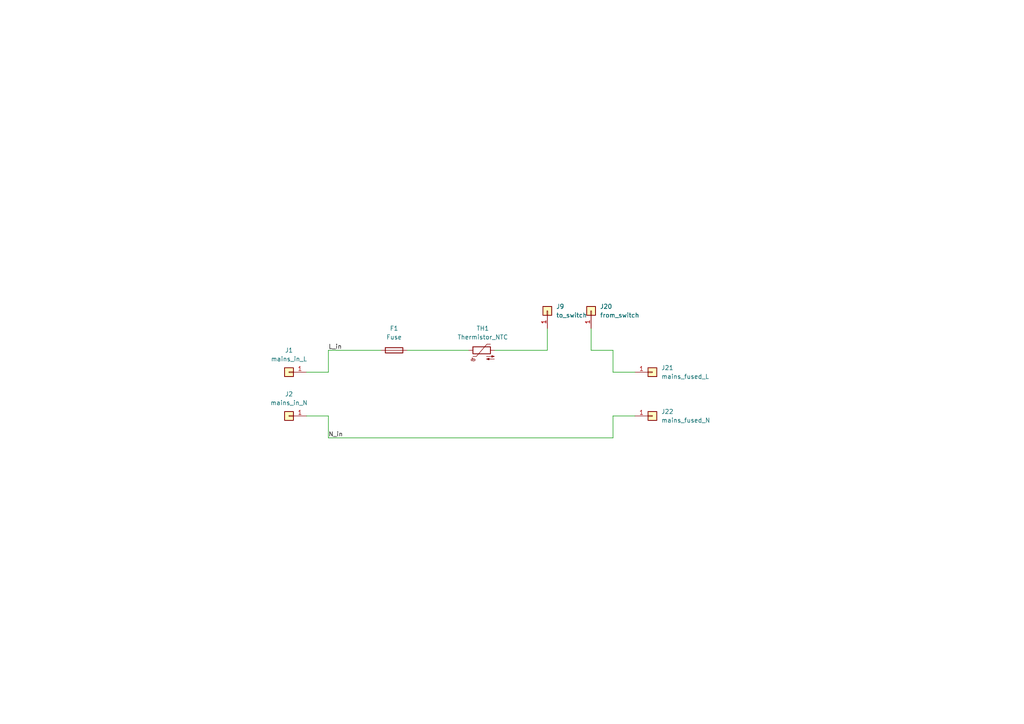
<source format=kicad_sch>
(kicad_sch (version 20211123) (generator eeschema)
  (paper "A4")
  (lib_symbols
    (symbol "Connector_Generic:Conn_01x01" (pin_names (offset 1.016) hide)
      (property "Reference" "J" (at 0 2.54 0))
      (property "Value" "Conn_01x01" (at 0 -2.54 0))
      (symbol "Conn_01x01_1_1"
        (rectangle (start -1.27 0.127) (end 0 -0.127) (stroke (width 0.1524)))
        (rectangle (start -1.27 1.27) (end 1.27 -1.27) (stroke (width 0.254)) (fill (type background)))
        (pin passive line (at -5.08 0 0) (length 3.81) (name "Pin_1") (number "1"))
      )
    )
    (symbol "Device:Fuse" (pin_numbers hide) (pin_names (offset 0))
      (property "Reference" "F" (at 2.032 0 90))
      (property "Value" "Fuse" (at -1.905 0 90))
      (symbol "Fuse_0_1"
        (rectangle (start -0.762 -2.54) (end 0.762 2.54) (stroke (width 0.254)))
        (polyline (pts (xy 0 2.54) (xy 0 -2.54)))
      )
      (symbol "Fuse_1_1"
        (pin passive line (at 0 3.81 270) (length 1.27) (name "~") (number "1"))
        (pin passive line (at 0 -3.81 90) (length 1.27) (name "~") (number "2"))
      )
    )
    (symbol "Device:Thermistor_NTC" (pin_numbers hide) (pin_names (offset 0))
      (property "Reference" "TH" (at -4.445 0 90))
      (property "Value" "Thermistor_NTC" (at 3.175 0 90))
      (symbol "Thermistor_NTC_0_1"
        (arc (start -3.048 2.159) (mid -3.0495 2.3143) (end -3.175 2.413))
        (arc (start -3.048 2.159) (mid -2.9736 1.9794) (end -2.794 1.905))
        (arc (start -3.048 2.794) (mid -2.9736 2.6144) (end -2.794 2.54))
        (arc (start -2.794 1.905) (mid -2.6144 1.9794) (end -2.54 2.159))
        (arc (start -2.794 2.54) (mid -2.4393 2.5587) (end -2.159 2.794))
        (arc (start -2.794 3.048) (mid -2.9736 2.9736) (end -3.048 2.794))
        (arc (start -2.54 2.794) (mid -2.6144 2.9736) (end -2.794 3.048))
        (rectangle (start -1.016 2.54) (end 1.016 -2.54) (stroke (width 0.254)))
        (polyline (pts (xy -2.54 2.159) (xy -2.54 2.794)))
        (polyline (pts (xy -1.778 2.54) (xy -1.778 1.524) (xy 1.778 -1.524) (xy 1.778 -2.54)))
        (polyline (pts (xy -2.54 -3.683) (xy -2.54 -1.397) (xy -2.794 -2.159) (xy -2.286 -2.159) (xy -2.54 -1.397) (xy -2.54 -1.651)) (fill (type outline)))
        (polyline (pts (xy -1.778 -1.397) (xy -1.778 -3.683) (xy -2.032 -2.921) (xy -1.524 -2.921) (xy -1.778 -3.683) (xy -1.778 -3.429)) (fill (type outline)))
      )
      (symbol "Thermistor_NTC_1_1"
        (pin passive line (at 0 3.81 270) (length 1.27) (name "~") (number "1"))
        (pin passive line (at 0 -3.81 90) (length 1.27) (name "~") (number "2"))
      )
    )
  )
  (wire (pts (xy 95.25 101.6) (xy 110.49 101.6)))
  (wire (pts (xy 88.9 120.65) (xy 95.25 120.65)))
  (wire (pts (xy 95.25 127) (xy 177.8 127)))
  (wire (pts (xy 88.9 107.95) (xy 95.25 107.95)))
  (wire (pts (xy 177.8 107.95) (xy 184.15 107.95)))
  (wire (pts (xy 95.25 101.6) (xy 95.25 107.95)))
  (wire (pts (xy 171.45 95.25) (xy 171.45 101.6)))
  (wire (pts (xy 177.8 120.65) (xy 184.15 120.65)))
  (wire (pts (xy 95.25 120.65) (xy 95.25 127)))
  (wire (pts (xy 177.8 101.6) (xy 177.8 107.95)))
  (wire (pts (xy 158.75 95.25) (xy 158.75 101.6)))
  (wire (pts (xy 143.51 101.6) (xy 158.75 101.6)))
  (wire (pts (xy 177.8 120.65) (xy 177.8 127)))
  (wire (pts (xy 171.45 101.6) (xy 177.8 101.6)))
  (wire (pts (xy 118.11 101.6) (xy 135.89 101.6)))
  (label "N_in" (at 95.25 127 0))
  (label "L_in" (at 95.25 101.6 0))
  (symbol (lib_id "Connector_Generic:Conn_01x01") (at 171.45 90.17 90) (unit 1)
    (property "Reference" "J20" (at 173.99 88.8999 90) (effects (justify right)))
    (property "Value" "from_switch" (at 173.99 91.4399 90) (effects (justify right)))
    (property "Footprint" "Connector_Wire:SolderWire-0.5sqmm_1x01_D0.9mm_OD2.1mm" (effects hide))
  )
  (symbol (lib_id "Device:Fuse") (at 114.3 101.6 90) (unit 1)
    (property "Reference" "F1" (at 114.3 95.25 90))
    (property "Value" "Fuse" (at 114.3 97.79 90))
    (property "Footprint" "Fuse:Fuseholder_Cylinder-5x20mm_Schurter_0031_8201_Horizontal_Open" (effects hide))
  )
  (symbol (lib_id "Connector_Generic:Conn_01x01") (at 83.82 120.65 180) (unit 1)
    (property "Reference" "J2" (at 83.82 114.3 0))
    (property "Value" "mains_in_N" (at 83.82 116.84 0))
    (property "Footprint" "Connector_Wire:SolderWire-0.5sqmm_1x01_D0.9mm_OD2.1mm" (effects hide))
  )
  (symbol (lib_id "Connector_Generic:Conn_01x01") (at 83.82 107.95 180) (unit 1)
    (property "Reference" "J1" (at 83.82 101.6 0))
    (property "Value" "mains_in_L" (at 83.82 104.14 0))
    (property "Footprint" "Connector_Wire:SolderWire-0.5sqmm_1x01_D0.9mm_OD2.1mm" (effects hide))
  )
  (symbol (lib_id "Connector_Generic:Conn_01x01") (at 158.75 90.17 90) (unit 1)
    (property "Reference" "J9" (at 161.29 88.8999 90) (effects (justify right)))
    (property "Value" "to_switch" (at 161.29 91.4399 90) (effects (justify right)))
    (property "Footprint" "Connector_Wire:SolderWire-0.5sqmm_1x01_D0.9mm_OD2.1mm" (effects hide))
  )
  (symbol (lib_id "Connector_Generic:Conn_01x01") (at 189.23 120.65 0) (unit 1)
    (property "Reference" "J22" (at 191.77 119.3799 0) (effects (justify left)))
    (property "Value" "mains_fused_N" (at 191.77 121.9199 0) (effects (justify left)))
    (property "Footprint" "Connector_Wire:SolderWire-0.5sqmm_1x01_D0.9mm_OD2.1mm" (effects hide))
  )
  (symbol (lib_id "Device:Thermistor_NTC") (at 139.7 101.6 90) (unit 1)
    (property "Reference" "TH1" (at 140.0175 95.25 90))
    (property "Value" "Thermistor_NTC" (at 140.0175 97.79 90))
    (property "Footprint" "Resistor_THT:R_Axial_DIN0309_L9.0mm_D3.2mm_P12.70mm_Horizontal" (effects hide))
  )
  (symbol (lib_id "Connector_Generic:Conn_01x01") (at 189.23 107.95 0) (unit 1)
    (property "Reference" "J21" (at 191.77 106.6799 0) (effects (justify left)))
    (property "Value" "mains_fused_L" (at 191.77 109.2199 0) (effects (justify left)))
    (property "Footprint" "Connector_Wire:SolderWire-0.5sqmm_1x01_D0.9mm_OD2.1mm" (effects hide))
  )
)
</source>
